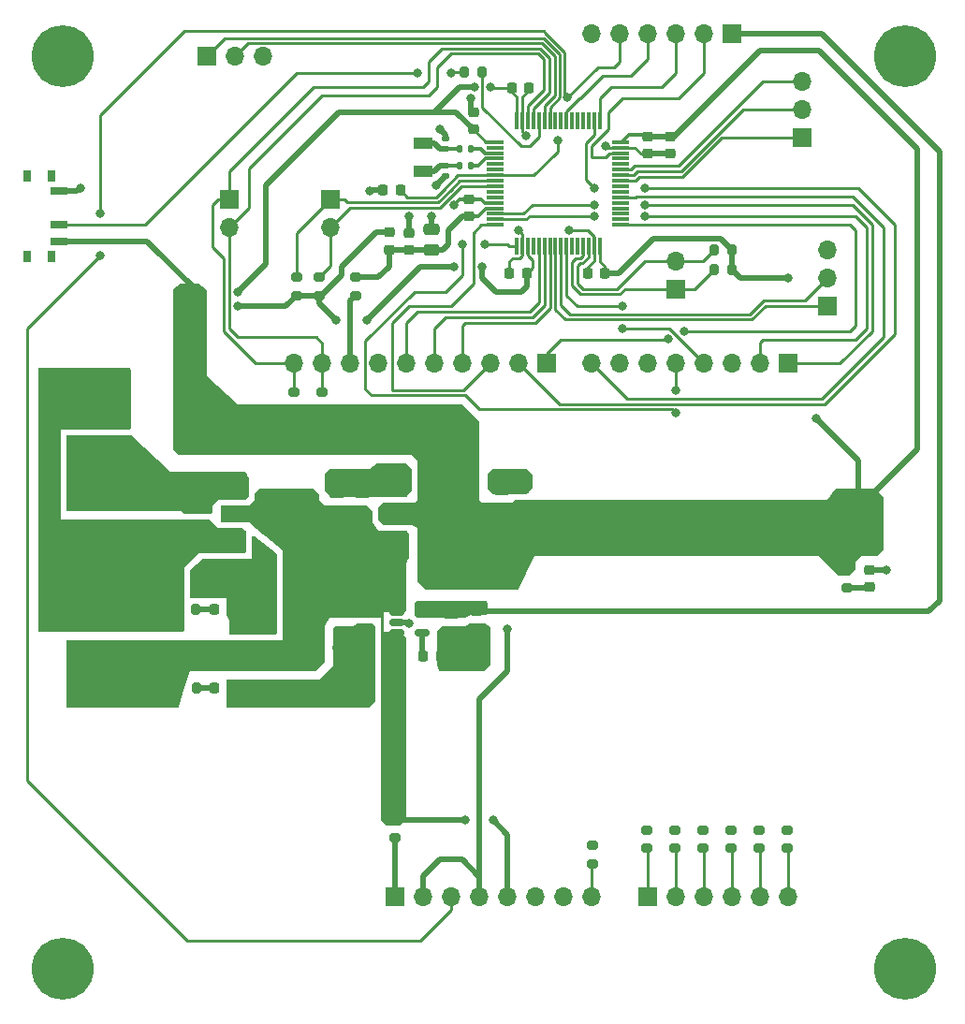
<source format=gbr>
%TF.GenerationSoftware,KiCad,Pcbnew,(6.0.9)*%
%TF.CreationDate,2025-06-12T12:44:06-07:00*%
%TF.ProjectId,STM32L4_breakout,53544d33-324c-4345-9f62-7265616b6f75,rev?*%
%TF.SameCoordinates,Original*%
%TF.FileFunction,Copper,L1,Top*%
%TF.FilePolarity,Positive*%
%FSLAX46Y46*%
G04 Gerber Fmt 4.6, Leading zero omitted, Abs format (unit mm)*
G04 Created by KiCad (PCBNEW (6.0.9)) date 2025-06-12 12:44:06*
%MOMM*%
%LPD*%
G01*
G04 APERTURE LIST*
G04 Aperture macros list*
%AMRoundRect*
0 Rectangle with rounded corners*
0 $1 Rounding radius*
0 $2 $3 $4 $5 $6 $7 $8 $9 X,Y pos of 4 corners*
0 Add a 4 corners polygon primitive as box body*
4,1,4,$2,$3,$4,$5,$6,$7,$8,$9,$2,$3,0*
0 Add four circle primitives for the rounded corners*
1,1,$1+$1,$2,$3*
1,1,$1+$1,$4,$5*
1,1,$1+$1,$6,$7*
1,1,$1+$1,$8,$9*
0 Add four rect primitives between the rounded corners*
20,1,$1+$1,$2,$3,$4,$5,0*
20,1,$1+$1,$4,$5,$6,$7,0*
20,1,$1+$1,$6,$7,$8,$9,0*
20,1,$1+$1,$8,$9,$2,$3,0*%
G04 Aperture macros list end*
%TA.AperFunction,SMDPad,CuDef*%
%ADD10RoundRect,0.150000X-0.512500X-0.150000X0.512500X-0.150000X0.512500X0.150000X-0.512500X0.150000X0*%
%TD*%
%TA.AperFunction,SMDPad,CuDef*%
%ADD11RoundRect,0.200000X-0.275000X0.200000X-0.275000X-0.200000X0.275000X-0.200000X0.275000X0.200000X0*%
%TD*%
%TA.AperFunction,SMDPad,CuDef*%
%ADD12RoundRect,0.218750X0.218750X0.256250X-0.218750X0.256250X-0.218750X-0.256250X0.218750X-0.256250X0*%
%TD*%
%TA.AperFunction,SMDPad,CuDef*%
%ADD13RoundRect,0.200000X0.275000X-0.200000X0.275000X0.200000X-0.275000X0.200000X-0.275000X-0.200000X0*%
%TD*%
%TA.AperFunction,SMDPad,CuDef*%
%ADD14RoundRect,0.218750X-0.256250X0.218750X-0.256250X-0.218750X0.256250X-0.218750X0.256250X0.218750X0*%
%TD*%
%TA.AperFunction,SMDPad,CuDef*%
%ADD15RoundRect,0.135000X-0.135000X-0.185000X0.135000X-0.185000X0.135000X0.185000X-0.135000X0.185000X0*%
%TD*%
%TA.AperFunction,ComponentPad*%
%ADD16R,1.700000X1.700000*%
%TD*%
%TA.AperFunction,ComponentPad*%
%ADD17O,1.700000X1.700000*%
%TD*%
%TA.AperFunction,SMDPad,CuDef*%
%ADD18RoundRect,0.250000X0.475000X-0.250000X0.475000X0.250000X-0.475000X0.250000X-0.475000X-0.250000X0*%
%TD*%
%TA.AperFunction,SMDPad,CuDef*%
%ADD19RoundRect,0.200000X0.200000X0.275000X-0.200000X0.275000X-0.200000X-0.275000X0.200000X-0.275000X0*%
%TD*%
%TA.AperFunction,SMDPad,CuDef*%
%ADD20RoundRect,0.225000X0.225000X0.250000X-0.225000X0.250000X-0.225000X-0.250000X0.225000X-0.250000X0*%
%TD*%
%TA.AperFunction,SMDPad,CuDef*%
%ADD21RoundRect,0.225000X0.250000X-0.225000X0.250000X0.225000X-0.250000X0.225000X-0.250000X-0.225000X0*%
%TD*%
%TA.AperFunction,SMDPad,CuDef*%
%ADD22RoundRect,0.140000X-0.170000X0.140000X-0.170000X-0.140000X0.170000X-0.140000X0.170000X0.140000X0*%
%TD*%
%TA.AperFunction,SMDPad,CuDef*%
%ADD23RoundRect,0.225000X-0.225000X-0.250000X0.225000X-0.250000X0.225000X0.250000X-0.225000X0.250000X0*%
%TD*%
%TA.AperFunction,ComponentPad*%
%ADD24R,2.600000X2.600000*%
%TD*%
%TA.AperFunction,ComponentPad*%
%ADD25C,2.600000*%
%TD*%
%TA.AperFunction,ConnectorPad*%
%ADD26C,5.600000*%
%TD*%
%TA.AperFunction,ComponentPad*%
%ADD27C,3.600000*%
%TD*%
%TA.AperFunction,SMDPad,CuDef*%
%ADD28RoundRect,0.225000X-0.250000X0.225000X-0.250000X-0.225000X0.250000X-0.225000X0.250000X0.225000X0*%
%TD*%
%TA.AperFunction,SMDPad,CuDef*%
%ADD29RoundRect,0.250000X-0.475000X0.250000X-0.475000X-0.250000X0.475000X-0.250000X0.475000X0.250000X0*%
%TD*%
%TA.AperFunction,SMDPad,CuDef*%
%ADD30RoundRect,0.140000X0.170000X-0.140000X0.170000X0.140000X-0.170000X0.140000X-0.170000X-0.140000X0*%
%TD*%
%TA.AperFunction,SMDPad,CuDef*%
%ADD31RoundRect,0.200000X-0.200000X-0.275000X0.200000X-0.275000X0.200000X0.275000X-0.200000X0.275000X0*%
%TD*%
%TA.AperFunction,SMDPad,CuDef*%
%ADD32RoundRect,0.218750X0.256250X-0.218750X0.256250X0.218750X-0.256250X0.218750X-0.256250X-0.218750X0*%
%TD*%
%TA.AperFunction,SMDPad,CuDef*%
%ADD33R,1.800000X1.000000*%
%TD*%
%TA.AperFunction,SMDPad,CuDef*%
%ADD34R,0.800000X1.000000*%
%TD*%
%TA.AperFunction,SMDPad,CuDef*%
%ADD35R,1.500000X0.700000*%
%TD*%
%TA.AperFunction,SMDPad,CuDef*%
%ADD36RoundRect,0.075000X-0.700000X-0.075000X0.700000X-0.075000X0.700000X0.075000X-0.700000X0.075000X0*%
%TD*%
%TA.AperFunction,SMDPad,CuDef*%
%ADD37RoundRect,0.075000X-0.075000X-0.700000X0.075000X-0.700000X0.075000X0.700000X-0.075000X0.700000X0*%
%TD*%
%TA.AperFunction,SMDPad,CuDef*%
%ADD38R,2.000000X1.500000*%
%TD*%
%TA.AperFunction,SMDPad,CuDef*%
%ADD39R,2.000000X3.800000*%
%TD*%
%TA.AperFunction,ViaPad*%
%ADD40C,0.700000*%
%TD*%
%TA.AperFunction,ViaPad*%
%ADD41C,0.800000*%
%TD*%
%TA.AperFunction,Conductor*%
%ADD42C,0.250000*%
%TD*%
%TA.AperFunction,Conductor*%
%ADD43C,0.500000*%
%TD*%
%TA.AperFunction,Conductor*%
%ADD44C,0.300000*%
%TD*%
G04 APERTURE END LIST*
D10*
%TO.P,U2,1,VIN*%
%TO.N,+5V*%
X138382500Y-105664000D03*
%TO.P,U2,2,GND*%
%TO.N,GND*%
X138382500Y-106614000D03*
%TO.P,U2,3,INH*%
%TO.N,+5V*%
X138382500Y-107564000D03*
%TO.P,U2,4,BYP*%
%TO.N,Net-(C6-Pad1)*%
X140657500Y-107564000D03*
%TO.P,U2,5,VOUT*%
%TO.N,VMEM*%
X140657500Y-105664000D03*
%TD*%
D11*
%TO.P,R15,1*%
%TO.N,+3.3VA*%
X134620000Y-75375000D03*
%TO.P,R15,2*%
%TO.N,/ARD_3V3A*%
X134620000Y-77025000D03*
%TD*%
D12*
%TO.P,D2,1,K*%
%TO.N,GND*%
X123469500Y-112522000D03*
%TO.P,D2,2,A*%
%TO.N,/5V_LED*%
X121894500Y-112522000D03*
%TD*%
D13*
%TO.P,R1,1*%
%TO.N,+3.3V*%
X131318000Y-77025000D03*
%TO.P,R1,2*%
%TO.N,I2C3_SDA*%
X131318000Y-75375000D03*
%TD*%
D14*
%TO.P,D1,1,K*%
%TO.N,GND*%
X181102000Y-101828500D03*
%TO.P,D1,2,A*%
%TO.N,/3V3_LED*%
X181102000Y-103403500D03*
%TD*%
D15*
%TO.P,R18,1*%
%TO.N,/CRYSTAL_OUT*%
X144028000Y-65264000D03*
%TO.P,R18,2*%
%TO.N,OSC32OUT*%
X145048000Y-65264000D03*
%TD*%
D16*
%TO.P,J3,1,Pin_1*%
%TO.N,Net-(J3-Pad1)*%
X138218000Y-131419000D03*
D17*
%TO.P,J3,2,Pin_2*%
%TO.N,+3.3V*%
X140758000Y-131419000D03*
%TO.P,J3,3,Pin_3*%
%TO.N,STM_NRST*%
X143298000Y-131419000D03*
%TO.P,J3,4,Pin_4*%
%TO.N,+3.3V*%
X145838000Y-131419000D03*
%TO.P,J3,5,Pin_5*%
%TO.N,+5V*%
X148378000Y-131419000D03*
%TO.P,J3,6,Pin_6*%
%TO.N,GND*%
X150918000Y-131419000D03*
%TO.P,J3,7,Pin_7*%
X153458000Y-131419000D03*
%TO.P,J3,8,Pin_8*%
%TO.N,Net-(J3-Pad8)*%
X155998000Y-131419000D03*
%TD*%
D12*
%TO.P,D3,1,K*%
%TO.N,GND*%
X123469500Y-105410000D03*
%TO.P,D3,2,A*%
%TO.N,/12V_LED*%
X121894500Y-105410000D03*
%TD*%
D18*
%TO.P,C8,1*%
%TO.N,+3.3V*%
X147828000Y-96454000D03*
%TO.P,C8,2*%
%TO.N,GND*%
X147828000Y-94554000D03*
%TD*%
D19*
%TO.P,R3,1*%
%TO.N,+3.3V*%
X168719000Y-74676000D03*
%TO.P,R3,2*%
%TO.N,I2C2_SCL*%
X167069000Y-74676000D03*
%TD*%
D18*
%TO.P,C5,1*%
%TO.N,+5V*%
X135230000Y-96708000D03*
%TO.P,C5,2*%
%TO.N,GND*%
X135230000Y-94808000D03*
%TD*%
D20*
%TO.P,C14,1*%
%TO.N,+3.3V*%
X157213000Y-75014000D03*
%TO.P,C14,2*%
%TO.N,GND*%
X155663000Y-75014000D03*
%TD*%
D19*
%TO.P,R19,1*%
%TO.N,/5V_LED*%
X120268000Y-112522000D03*
%TO.P,R19,2*%
%TO.N,+5V*%
X118618000Y-112522000D03*
%TD*%
D13*
%TO.P,R17,1*%
%TO.N,/3V3_LED*%
X179070000Y-103441000D03*
%TO.P,R17,2*%
%TO.N,+3.3V*%
X179070000Y-101791000D03*
%TD*%
D21*
%TO.P,C21,1*%
%TO.N,+3.3VA*%
X144888000Y-69839000D03*
%TO.P,C21,2*%
%TO.N,GND*%
X144888000Y-68289000D03*
%TD*%
D22*
%TO.P,C11,1*%
%TO.N,GND*%
X142788000Y-62804000D03*
%TO.P,C11,2*%
%TO.N,/CRYSTAL_IN*%
X142788000Y-63764000D03*
%TD*%
D16*
%TO.P,J12,1,Pin_1*%
%TO.N,USART1_TX*%
X121173000Y-55372000D03*
D17*
%TO.P,J12,2,Pin_2*%
%TO.N,USART1_RX*%
X123713000Y-55372000D03*
%TO.P,J12,3,Pin_3*%
%TO.N,GND*%
X126253000Y-55372000D03*
%TD*%
D13*
%TO.P,R7,1*%
%TO.N,/ARD.A0-ADC*%
X161028000Y-127034000D03*
%TO.P,R7,2*%
%TO.N,unconnected-(R7-Pad2)*%
X161028000Y-125384000D03*
%TD*%
%TO.P,R11,1*%
%TO.N,/ARD.A4-ADC*%
X171188000Y-127034000D03*
%TO.P,R11,2*%
%TO.N,unconnected-(R11-Pad2)*%
X171188000Y-125384000D03*
%TD*%
D23*
%TO.P,C17,1*%
%TO.N,+3.3V*%
X148793000Y-58226000D03*
%TO.P,C17,2*%
%TO.N,GND*%
X150343000Y-58226000D03*
%TD*%
D15*
%TO.P,R16,1*%
%TO.N,/CRYSTAL_IN*%
X144028000Y-63764000D03*
%TO.P,R16,2*%
%TO.N,OSC32IN*%
X145048000Y-63764000D03*
%TD*%
D16*
%TO.P,J17,1,Pin_1*%
%TO.N,+12V*%
X110490000Y-105415000D03*
D17*
%TO.P,J17,2,Pin_2*%
X110490000Y-102875000D03*
%TD*%
D19*
%TO.P,R2,1*%
%TO.N,+3.3V*%
X168719000Y-72898000D03*
%TO.P,R2,2*%
%TO.N,I2C2_SDA*%
X167069000Y-72898000D03*
%TD*%
D13*
%TO.P,R9,1*%
%TO.N,/ARD.A2-ADC*%
X166108000Y-127034000D03*
%TO.P,R9,2*%
%TO.N,unconnected-(R9-Pad2)*%
X166108000Y-125384000D03*
%TD*%
D24*
%TO.P,J1,1,Pin_1*%
%TO.N,+12V*%
X111323000Y-86709000D03*
D25*
%TO.P,J1,2,Pin_2*%
%TO.N,GND*%
X111323000Y-91709000D03*
%TD*%
D19*
%TO.P,R21,1*%
%TO.N,/12V_LED*%
X120205000Y-105410000D03*
%TO.P,R21,2*%
%TO.N,+12V*%
X118555000Y-105410000D03*
%TD*%
D21*
%TO.P,C10,1*%
%TO.N,+3.3VA*%
X139446000Y-72911000D03*
%TO.P,C10,2*%
%TO.N,GND*%
X139446000Y-71361000D03*
%TD*%
D26*
%TO.P,H4,1,1*%
%TO.N,GND*%
X108146000Y-137909000D03*
D27*
X108146000Y-137909000D03*
%TD*%
D28*
%TO.P,C16,1*%
%TO.N,+3.3V*%
X161088000Y-62639000D03*
%TO.P,C16,2*%
%TO.N,GND*%
X161088000Y-64189000D03*
%TD*%
D13*
%TO.P,R4,1*%
%TO.N,+3.3V*%
X129286000Y-77025000D03*
%TO.P,R4,2*%
%TO.N,I2C3_SCL*%
X129286000Y-75375000D03*
%TD*%
D29*
%TO.P,C2,1*%
%TO.N,+5V*%
X133604000Y-105664000D03*
%TO.P,C2,2*%
%TO.N,GND*%
X133604000Y-107564000D03*
%TD*%
D11*
%TO.P,R14,1*%
%TO.N,+5V*%
X138176000Y-124397000D03*
%TO.P,R14,2*%
%TO.N,Net-(J3-Pad1)*%
X138176000Y-126047000D03*
%TD*%
D16*
%TO.P,J16,1,Pin_1*%
%TO.N,+5V*%
X110490000Y-112532000D03*
D17*
%TO.P,J16,2,Pin_2*%
X110490000Y-109992000D03*
%TD*%
D26*
%TO.P,H3,1,1*%
%TO.N,GND*%
X184346000Y-137909000D03*
D27*
X184346000Y-137909000D03*
%TD*%
D18*
%TO.P,C1,1*%
%TO.N,+12V*%
X120650000Y-97978000D03*
%TO.P,C1,2*%
%TO.N,GND*%
X120650000Y-96078000D03*
%TD*%
D28*
%TO.P,C4,1*%
%TO.N,+5V*%
X135710000Y-105585000D03*
%TO.P,C4,2*%
%TO.N,GND*%
X135710000Y-107135000D03*
%TD*%
%TO.P,C9,1*%
%TO.N,VMEM*%
X145616000Y-105585000D03*
%TO.P,C9,2*%
%TO.N,GND*%
X145616000Y-107135000D03*
%TD*%
D13*
%TO.P,R13,1*%
%TO.N,Net-(J3-Pad8)*%
X156078000Y-128434000D03*
%TO.P,R13,2*%
%TO.N,unconnected-(R13-Pad2)*%
X156078000Y-126784000D03*
%TD*%
D23*
%TO.P,C6,1*%
%TO.N,Net-(C6-Pad1)*%
X140777000Y-109662000D03*
%TO.P,C6,2*%
%TO.N,GND*%
X142327000Y-109662000D03*
%TD*%
D30*
%TO.P,C12,1*%
%TO.N,GND*%
X142788000Y-66244000D03*
%TO.P,C12,2*%
%TO.N,/CRYSTAL_OUT*%
X142788000Y-65284000D03*
%TD*%
D18*
%TO.P,C3,1*%
%TO.N,+5V*%
X132944000Y-96708000D03*
%TO.P,C3,2*%
%TO.N,GND*%
X132944000Y-94808000D03*
%TD*%
D16*
%TO.P,J8,1,Pin_1*%
%TO.N,I2C2_SCL*%
X163576000Y-76459000D03*
D17*
%TO.P,J8,2,Pin_2*%
%TO.N,I2C2_SDA*%
X163576000Y-73919000D03*
%TD*%
D31*
%TO.P,R20,1*%
%TO.N,Net-(R20-Pad1)*%
X144463000Y-56809000D03*
%TO.P,R20,2*%
%TO.N,/BOOT0*%
X146113000Y-56809000D03*
%TD*%
D32*
%TO.P,L1,1,1*%
%TO.N,+3.3VA*%
X137668000Y-72860500D03*
%TO.P,L1,2,2*%
%TO.N,+3.3V*%
X137668000Y-71285500D03*
%TD*%
D33*
%TO.P,X1,1,1*%
%TO.N,/CRYSTAL_OUT*%
X140788000Y-65764000D03*
%TO.P,X1,2,2*%
%TO.N,/CRYSTAL_IN*%
X140788000Y-63264000D03*
%TD*%
D16*
%TO.P,J2,1,Pin_1*%
%TO.N,VMEM*%
X168656000Y-53340000D03*
D17*
%TO.P,J2,2,Pin_2*%
%TO.N,SWDIO*%
X166116000Y-53340000D03*
%TO.P,J2,3,Pin_3*%
%TO.N,SWCLK*%
X163576000Y-53340000D03*
%TO.P,J2,4,Pin_4*%
%TO.N,SWO*%
X161036000Y-53340000D03*
%TO.P,J2,5,Pin_5*%
%TO.N,STM_NRST*%
X158496000Y-53340000D03*
%TO.P,J2,6,Pin_6*%
%TO.N,GND*%
X155956000Y-53340000D03*
%TD*%
D34*
%TO.P,SW1,*%
%TO.N,*%
X104963000Y-66200000D03*
X107173000Y-73500000D03*
X104963000Y-73500000D03*
X107173000Y-66200000D03*
D35*
%TO.P,SW1,1,A*%
%TO.N,GND*%
X107823000Y-67600000D03*
%TO.P,SW1,2,B*%
%TO.N,Net-(R20-Pad1)*%
X107823000Y-70600000D03*
%TO.P,SW1,3,C*%
%TO.N,+3.3V*%
X107823000Y-72100000D03*
%TD*%
D28*
%TO.P,C19,1*%
%TO.N,+3.3V*%
X163138000Y-62639000D03*
%TO.P,C19,2*%
%TO.N,GND*%
X163138000Y-64189000D03*
%TD*%
D20*
%TO.P,C15,1*%
%TO.N,STM_NRST*%
X138697000Y-67514000D03*
%TO.P,C15,2*%
%TO.N,GND*%
X137147000Y-67514000D03*
%TD*%
D13*
%TO.P,R10,1*%
%TO.N,/ARD.A3-ADC*%
X168648000Y-127034000D03*
%TO.P,R10,2*%
%TO.N,unconnected-(R10-Pad2)*%
X168648000Y-125384000D03*
%TD*%
D16*
%TO.P,J15,1,Pin_1*%
%TO.N,+3.3V*%
X180086000Y-98811000D03*
D17*
%TO.P,J15,2,Pin_2*%
X180086000Y-96271000D03*
%TD*%
D36*
%TO.P,U4,1,VBAT*%
%TO.N,+3.3V*%
X147303000Y-63134000D03*
%TO.P,U4,2,PC13*%
%TO.N,unconnected-(U4-Pad2)*%
X147303000Y-63634000D03*
%TO.P,U4,3,PC14*%
%TO.N,OSC32IN*%
X147303000Y-64134000D03*
%TO.P,U4,4,PC15*%
%TO.N,OSC32OUT*%
X147303000Y-64634000D03*
%TO.P,U4,5,PH0*%
%TO.N,unconnected-(U4-Pad5)*%
X147303000Y-65134000D03*
%TO.P,U4,6,PH1*%
%TO.N,unconnected-(U4-Pad6)*%
X147303000Y-65634000D03*
%TO.P,U4,7,NRST*%
%TO.N,STM_NRST*%
X147303000Y-66134000D03*
%TO.P,U4,8,PC0*%
%TO.N,I2C3_SCL*%
X147303000Y-66634000D03*
%TO.P,U4,9,PC1*%
%TO.N,I2C3_SDA*%
X147303000Y-67134000D03*
%TO.P,U4,10,PC2*%
%TO.N,unconnected-(U4-Pad10)*%
X147303000Y-67634000D03*
%TO.P,U4,11,PC3*%
%TO.N,unconnected-(U4-Pad11)*%
X147303000Y-68134000D03*
%TO.P,U4,12,VSSA*%
%TO.N,GND*%
X147303000Y-68634000D03*
%TO.P,U4,13,VDDA*%
%TO.N,+3.3VA*%
X147303000Y-69134000D03*
%TO.P,U4,14,PA0*%
%TO.N,UART4_TX*%
X147303000Y-69634000D03*
%TO.P,U4,15,PA1*%
%TO.N,UART4_RX*%
X147303000Y-70134000D03*
%TO.P,U4,16,PA2*%
%TO.N,TFT_CS*%
X147303000Y-70634000D03*
D37*
%TO.P,U4,17,PA3*%
%TO.N,CARDCS_5V*%
X149228000Y-72559000D03*
%TO.P,U4,18,VSS*%
%TO.N,GND*%
X149728000Y-72559000D03*
%TO.P,U4,19,VDD*%
%TO.N,+3.3V*%
X150228000Y-72559000D03*
%TO.P,U4,20,PA4*%
%TO.N,unconnected-(U4-Pad20)*%
X150728000Y-72559000D03*
%TO.P,U4,21,PA5*%
%TO.N,SPI1_SCK*%
X151228000Y-72559000D03*
%TO.P,U4,22,PA6*%
%TO.N,SPI1_MISO*%
X151728000Y-72559000D03*
%TO.P,U4,23,PA7*%
%TO.N,SPI1_MOSI*%
X152228000Y-72559000D03*
%TO.P,U4,24,PC4*%
%TO.N,USART3_TX*%
X152728000Y-72559000D03*
%TO.P,U4,25,PC5*%
%TO.N,USART3_RX*%
X153228000Y-72559000D03*
%TO.P,U4,26,PB0*%
%TO.N,LEDK*%
X153728000Y-72559000D03*
%TO.P,U4,27,PB1*%
%TO.N,unconnected-(U4-Pad27)*%
X154228000Y-72559000D03*
%TO.P,U4,28,PB2*%
%TO.N,unconnected-(U4-Pad28)*%
X154728000Y-72559000D03*
%TO.P,U4,29,PB10*%
%TO.N,I2C2_SCL*%
X155228000Y-72559000D03*
%TO.P,U4,30,PB11*%
%TO.N,I2C2_SDA*%
X155728000Y-72559000D03*
%TO.P,U4,31,VSS*%
%TO.N,GND*%
X156228000Y-72559000D03*
%TO.P,U4,32,VDD*%
%TO.N,+3.3V*%
X156728000Y-72559000D03*
D36*
%TO.P,U4,33,PB12*%
%TO.N,RT_CS*%
X158653000Y-70634000D03*
%TO.P,U4,34,PB13*%
%TO.N,unconnected-(U4-Pad34)*%
X158653000Y-70134000D03*
%TO.P,U4,35,PB14*%
%TO.N,unconnected-(U4-Pad35)*%
X158653000Y-69634000D03*
%TO.P,U4,36,PB15*%
%TO.N,unconnected-(U4-Pad36)*%
X158653000Y-69134000D03*
%TO.P,U4,37,PC6*%
%TO.N,unconnected-(U4-Pad37)*%
X158653000Y-68634000D03*
%TO.P,U4,38,PC7*%
%TO.N,D7*%
X158653000Y-68134000D03*
%TO.P,U4,39,PC8*%
%TO.N,unconnected-(U4-Pad39)*%
X158653000Y-67634000D03*
%TO.P,U4,40,PC9*%
%TO.N,unconnected-(U4-Pad40)*%
X158653000Y-67134000D03*
%TO.P,U4,41,PA8*%
%TO.N,ADC_ALERT*%
X158653000Y-66634000D03*
%TO.P,U4,42,PA9*%
%TO.N,RELAY1_CTRL*%
X158653000Y-66134000D03*
%TO.P,U4,43,PA10*%
%TO.N,RELAY2_CTRL*%
X158653000Y-65634000D03*
%TO.P,U4,44,PA11*%
%TO.N,unconnected-(U4-Pad44)*%
X158653000Y-65134000D03*
%TO.P,U4,45,PA12*%
%TO.N,unconnected-(U4-Pad45)*%
X158653000Y-64634000D03*
%TO.P,U4,46,PA13*%
%TO.N,SWDIO*%
X158653000Y-64134000D03*
%TO.P,U4,47,VSS*%
%TO.N,GND*%
X158653000Y-63634000D03*
%TO.P,U4,48,VDDUSB*%
%TO.N,+3.3V*%
X158653000Y-63134000D03*
D37*
%TO.P,U4,49,PA14*%
%TO.N,SWCLK*%
X156728000Y-61209000D03*
%TO.P,U4,50,PA15*%
%TO.N,TFT_DC*%
X156228000Y-61209000D03*
%TO.P,U4,51,PC10*%
%TO.N,unconnected-(U4-Pad51)*%
X155728000Y-61209000D03*
%TO.P,U4,52,PC11*%
%TO.N,unconnected-(U4-Pad52)*%
X155228000Y-61209000D03*
%TO.P,U4,53,PC12*%
%TO.N,unconnected-(U4-Pad53)*%
X154728000Y-61209000D03*
%TO.P,U4,54,PD2*%
%TO.N,unconnected-(U4-Pad54)*%
X154228000Y-61209000D03*
%TO.P,U4,55,PB3*%
%TO.N,SWO*%
X153728000Y-61209000D03*
%TO.P,U4,56,PB4*%
%TO.N,unconnected-(U4-Pad56)*%
X153228000Y-61209000D03*
%TO.P,U4,57,PB5*%
%TO.N,unconnected-(U4-Pad57)*%
X152728000Y-61209000D03*
%TO.P,U4,58,PB6*%
%TO.N,USART1_TX*%
X152228000Y-61209000D03*
%TO.P,U4,59,PB7*%
%TO.N,USART1_RX*%
X151728000Y-61209000D03*
%TO.P,U4,60,BOOT0*%
%TO.N,/BOOT0*%
X151228000Y-61209000D03*
%TO.P,U4,61,PB8*%
%TO.N,I2C1_SCL*%
X150728000Y-61209000D03*
%TO.P,U4,62,PB9*%
%TO.N,I2C1_SDA*%
X150228000Y-61209000D03*
%TO.P,U4,63,VSS*%
%TO.N,GND*%
X149728000Y-61209000D03*
%TO.P,U4,64,VDD*%
%TO.N,+3.3V*%
X149228000Y-61209000D03*
%TD*%
D16*
%TO.P,J4,1,Pin_1*%
%TO.N,/ARD.A0-ADC*%
X161078000Y-131419000D03*
D17*
%TO.P,J4,2,Pin_2*%
%TO.N,/ARD.A1-ADC*%
X163618000Y-131419000D03*
%TO.P,J4,3,Pin_3*%
%TO.N,/ARD.A2-ADC*%
X166158000Y-131419000D03*
%TO.P,J4,4,Pin_4*%
%TO.N,/ARD.A3-ADC*%
X168698000Y-131419000D03*
%TO.P,J4,5,Pin_5*%
%TO.N,/ARD.A4-ADC*%
X171238000Y-131419000D03*
%TO.P,J4,6,Pin_6*%
%TO.N,/ARD.A5-ADC*%
X173778000Y-131419000D03*
%TD*%
D20*
%TO.P,C13,1*%
%TO.N,+3.3V*%
X150127000Y-75014000D03*
%TO.P,C13,2*%
%TO.N,GND*%
X148577000Y-75014000D03*
%TD*%
D16*
%TO.P,J9,1,Pin_1*%
%TO.N,I2C3_SCL*%
X132334000Y-68321000D03*
D17*
%TO.P,J9,2,Pin_2*%
%TO.N,I2C3_SDA*%
X132334000Y-70861000D03*
%TD*%
D16*
%TO.P,J10,1,Pin_1*%
%TO.N,ADC_ALERT*%
X175006000Y-62738000D03*
D17*
%TO.P,J10,2,Pin_2*%
%TO.N,RELAY1_CTRL*%
X175006000Y-60198000D03*
%TO.P,J10,3,Pin_3*%
%TO.N,RELAY2_CTRL*%
X175006000Y-57658000D03*
%TD*%
D13*
%TO.P,R5,1*%
%TO.N,+3.3V*%
X131572000Y-87439000D03*
%TO.P,R5,2*%
%TO.N,I2C1_SDA*%
X131572000Y-85789000D03*
%TD*%
D26*
%TO.P,H1,1,1*%
%TO.N,GND*%
X108146000Y-55359000D03*
D27*
X108146000Y-55359000D03*
%TD*%
D16*
%TO.P,J13,1,Pin_1*%
%TO.N,USART3_TX*%
X177292000Y-77978000D03*
D17*
%TO.P,J13,2,Pin_2*%
%TO.N,USART3_RX*%
X177292000Y-75438000D03*
%TO.P,J13,3,Pin_3*%
%TO.N,GND*%
X177292000Y-72898000D03*
%TD*%
D18*
%TO.P,C20,1*%
%TO.N,+3.3VA*%
X141478000Y-72898000D03*
%TO.P,C20,2*%
%TO.N,GND*%
X141478000Y-70998000D03*
%TD*%
D13*
%TO.P,R8,1*%
%TO.N,/ARD.A1-ADC*%
X163568000Y-127034000D03*
%TO.P,R8,2*%
%TO.N,unconnected-(R8-Pad2)*%
X163568000Y-125384000D03*
%TD*%
D21*
%TO.P,C18,1*%
%TO.N,+3.3V*%
X145288000Y-61989000D03*
%TO.P,C18,2*%
%TO.N,GND*%
X145288000Y-60439000D03*
%TD*%
D16*
%TO.P,J7,1,Pin_1*%
%TO.N,I2C1_SCL*%
X123190000Y-68321000D03*
D17*
%TO.P,J7,2,Pin_2*%
%TO.N,I2C1_SDA*%
X123190000Y-70861000D03*
%TD*%
D13*
%TO.P,R6,1*%
%TO.N,+3.3V*%
X129032000Y-87439000D03*
%TO.P,R6,2*%
%TO.N,I2C1_SCL*%
X129032000Y-85789000D03*
%TD*%
D21*
%TO.P,C22,1*%
%TO.N,+3.3V*%
X149860000Y-96025000D03*
%TO.P,C22,2*%
%TO.N,GND*%
X149860000Y-94475000D03*
%TD*%
D13*
%TO.P,R12,1*%
%TO.N,/ARD.A5-ADC*%
X173728000Y-127034000D03*
%TO.P,R12,2*%
%TO.N,unconnected-(R12-Pad2)*%
X173728000Y-125384000D03*
%TD*%
D26*
%TO.P,H2,1,1*%
%TO.N,GND*%
X184346000Y-55359000D03*
D27*
X184346000Y-55359000D03*
%TD*%
D16*
%TO.P,J6,1,Pin_1*%
%TO.N,UART4_TX*%
X173778000Y-83159000D03*
D17*
%TO.P,J6,2,Pin_2*%
%TO.N,UART4_RX*%
X171238000Y-83159000D03*
%TO.P,J6,3,Pin_3*%
%TO.N,unconnected-(J6-Pad3)*%
X168698000Y-83159000D03*
%TO.P,J6,4,Pin_4*%
%TO.N,LEDK*%
X166158000Y-83159000D03*
%TO.P,J6,5,Pin_5*%
%TO.N,CARDCS_5V*%
X163618000Y-83159000D03*
%TO.P,J6,6,Pin_6*%
%TO.N,unconnected-(J6-Pad6)*%
X161078000Y-83159000D03*
%TO.P,J6,7,Pin_7*%
%TO.N,unconnected-(J6-Pad7)*%
X158538000Y-83159000D03*
%TO.P,J6,8,Pin_8*%
%TO.N,D7*%
X155998000Y-83159000D03*
%TD*%
D38*
%TO.P,U1,1,GND*%
%TO.N,GND*%
X123484000Y-94509000D03*
D39*
%TO.P,U1,2,VO*%
%TO.N,+5V*%
X129784000Y-96809000D03*
D38*
X123484000Y-96809000D03*
%TO.P,U1,3,VI*%
%TO.N,+12V*%
X123484000Y-99109000D03*
%TD*%
D16*
%TO.P,J5,1,Pin_1*%
%TO.N,RT_CS*%
X151934000Y-83159000D03*
D17*
%TO.P,J5,2,Pin_2*%
%TO.N,TFT_DC*%
X149394000Y-83159000D03*
%TO.P,J5,3,Pin_3*%
%TO.N,TFT_CS*%
X146854000Y-83159000D03*
%TO.P,J5,4,Pin_4*%
%TO.N,SPI1_MOSI*%
X144314000Y-83159000D03*
%TO.P,J5,5,Pin_5*%
%TO.N,SPI1_MISO*%
X141774000Y-83159000D03*
%TO.P,J5,6,Pin_6*%
%TO.N,SPI1_SCK*%
X139234000Y-83159000D03*
%TO.P,J5,7,Pin_7*%
%TO.N,GND*%
X136694000Y-83159000D03*
%TO.P,J5,8,Pin_8*%
%TO.N,/ARD_3V3A*%
X134154000Y-83159000D03*
%TO.P,J5,9,Pin_9*%
%TO.N,I2C1_SDA*%
X131614000Y-83159000D03*
%TO.P,J5,10,Pin_10*%
%TO.N,I2C1_SCL*%
X129074000Y-83159000D03*
%TD*%
D29*
%TO.P,C7,1*%
%TO.N,VMEM*%
X143330000Y-105730000D03*
%TO.P,C7,2*%
%TO.N,GND*%
X143330000Y-107630000D03*
%TD*%
D38*
%TO.P,U3,1,GND*%
%TO.N,GND*%
X138328000Y-94474000D03*
%TO.P,U3,2,VO*%
%TO.N,+3.3V*%
X138328000Y-96774000D03*
D39*
X144628000Y-96774000D03*
D38*
%TO.P,U3,3,VI*%
%TO.N,+5V*%
X138328000Y-99074000D03*
%TD*%
D40*
%TO.N,GND*%
X134722000Y-93472000D03*
D41*
X139446000Y-69850000D03*
X135890000Y-67564000D03*
D40*
X143778000Y-109202000D03*
D41*
X124968000Y-112522000D03*
D40*
X135710000Y-108392000D03*
X134186000Y-108900000D03*
X121158000Y-93726000D03*
D41*
X150107356Y-62581954D03*
X109728000Y-67310000D03*
X142240000Y-61976000D03*
D40*
X138938000Y-92710000D03*
D41*
X141980291Y-67050322D03*
X153924000Y-71120000D03*
D40*
X135738000Y-93472000D03*
X143778000Y-110218000D03*
X132916000Y-108900000D03*
X109220000Y-95250000D03*
X111252000Y-95250000D03*
D41*
X145034000Y-59182000D03*
D40*
X132436000Y-93472000D03*
D41*
X182626000Y-101854000D03*
D40*
X137668000Y-92710000D03*
D41*
X139446000Y-106680000D03*
D40*
X120142000Y-94742000D03*
X148336000Y-93218000D03*
D41*
X141478000Y-69812500D03*
D40*
X133452000Y-93472000D03*
X145108000Y-108392000D03*
D41*
X149352000Y-71120000D03*
D40*
X149860000Y-93218000D03*
X147320000Y-93218000D03*
X121158000Y-94742000D03*
X113030000Y-95250000D03*
D41*
X157226000Y-63500000D03*
X124968000Y-105410000D03*
X143515695Y-68839695D03*
%TO.N,+5V*%
X144526000Y-124460000D03*
X147066000Y-124460000D03*
%TO.N,+3.3V*%
X145388500Y-58166000D03*
X173736000Y-75438000D03*
X176276000Y-88138000D03*
X132842000Y-79248000D03*
X148336000Y-103124000D03*
X148336000Y-107188000D03*
X120396000Y-76708000D03*
X123952000Y-76708000D03*
X143510000Y-74422000D03*
X146050000Y-74422000D03*
X135636000Y-79248000D03*
X146837500Y-58166000D03*
X120396000Y-77978000D03*
X123952000Y-77978000D03*
%TO.N,STM_NRST*%
X153828436Y-59124113D03*
X111506000Y-73406000D03*
X152908000Y-62992000D03*
X111506000Y-69596000D03*
%TO.N,RT_CS*%
X164338000Y-80264000D03*
X162907201Y-80932799D03*
%TO.N,TFT_DC*%
X156210000Y-67310000D03*
X160782000Y-67310000D03*
%TO.N,UART4_TX*%
X156210000Y-68834000D03*
X160782000Y-68834000D03*
%TO.N,UART4_RX*%
X160782000Y-69850000D03*
X156210000Y-69850000D03*
%TO.N,LEDK*%
X158750000Y-80010000D03*
X158750000Y-77978000D03*
%TO.N,CARDCS_5V*%
X146304000Y-72390000D03*
X144272000Y-72390000D03*
X163576000Y-85598000D03*
X163576000Y-87630000D03*
%TO.N,Net-(R20-Pad1)*%
X140208000Y-56896000D03*
X143260299Y-56900299D03*
%TD*%
D42*
%TO.N,GND*%
X148577000Y-73927000D02*
X148577000Y-75014000D01*
D43*
X141478000Y-70998000D02*
X141478000Y-69812500D01*
D42*
X158653000Y-63634000D02*
X159900000Y-63634000D01*
X156228000Y-73896000D02*
X155663000Y-74461000D01*
X159900000Y-63634000D02*
X160455000Y-64189000D01*
D43*
X142788000Y-66244000D02*
X142786613Y-66244000D01*
D42*
X149728000Y-71496000D02*
X149352000Y-71120000D01*
X149728000Y-61209000D02*
X149728000Y-62202598D01*
X158653000Y-63634000D02*
X157360000Y-63634000D01*
X153924000Y-71120000D02*
X155629685Y-71120000D01*
D43*
X181102000Y-101828500D02*
X182600500Y-101828500D01*
X163138000Y-64189000D02*
X161088000Y-64189000D01*
D42*
X156228000Y-71718315D02*
X156228000Y-72559000D01*
X149728000Y-72559000D02*
X149728000Y-71496000D01*
D43*
X182600500Y-101828500D02*
X182626000Y-101854000D01*
X142788000Y-62804000D02*
X142788000Y-62524000D01*
D42*
X155629685Y-71120000D02*
X156228000Y-71718315D01*
X155663000Y-74461000D02*
X155663000Y-75014000D01*
D43*
X142788000Y-62524000D02*
X142240000Y-61976000D01*
D42*
X150343000Y-58445000D02*
X150343000Y-58226000D01*
X149728000Y-59060000D02*
X150343000Y-58445000D01*
D43*
X142786613Y-66244000D02*
X141980291Y-67050322D01*
D42*
X149728000Y-72559000D02*
X149728000Y-73399685D01*
D43*
X139380000Y-106614000D02*
X139446000Y-106680000D01*
X107823000Y-67600000D02*
X109438000Y-67600000D01*
X145034000Y-59182000D02*
X145034000Y-60185000D01*
D42*
X149728000Y-73399685D02*
X149467685Y-73660000D01*
X148844000Y-73660000D02*
X148577000Y-73927000D01*
D43*
X123469500Y-112522000D02*
X124968000Y-112522000D01*
X139446000Y-71361000D02*
X139446000Y-69850000D01*
X135940000Y-67514000D02*
X135890000Y-67564000D01*
D42*
X149728000Y-62202598D02*
X150107356Y-62581954D01*
X160455000Y-64189000D02*
X161088000Y-64189000D01*
D44*
X144888000Y-68289000D02*
X144066390Y-68289000D01*
D43*
X109438000Y-67600000D02*
X109728000Y-67310000D01*
X145034000Y-60185000D02*
X145288000Y-60439000D01*
X137147000Y-67514000D02*
X135940000Y-67514000D01*
D42*
X157360000Y-63634000D02*
X157226000Y-63500000D01*
D44*
X146013000Y-68289000D02*
X144888000Y-68289000D01*
D43*
X123469500Y-105410000D02*
X124968000Y-105410000D01*
D42*
X156228000Y-72559000D02*
X156228000Y-73896000D01*
D43*
X138382500Y-106614000D02*
X139380000Y-106614000D01*
D44*
X146358000Y-68634000D02*
X146013000Y-68289000D01*
X144066390Y-68289000D02*
X143515695Y-68839695D01*
D42*
X149728000Y-61209000D02*
X149728000Y-59060000D01*
D44*
X147303000Y-68634000D02*
X146358000Y-68634000D01*
D42*
X149467685Y-73660000D02*
X148844000Y-73660000D01*
D43*
%TO.N,+5V*%
X138239000Y-124460000D02*
X138176000Y-124397000D01*
X148378000Y-125772000D02*
X147066000Y-124460000D01*
X148378000Y-131419000D02*
X148378000Y-125772000D01*
X144526000Y-124460000D02*
X138239000Y-124460000D01*
%TO.N,Net-(C6-Pad1)*%
X140657500Y-107564000D02*
X140657500Y-109542500D01*
X140657500Y-109542500D02*
X140777000Y-109662000D01*
%TO.N,VMEM*%
X186515000Y-105585000D02*
X187452000Y-104648000D01*
X187452000Y-64008000D02*
X176784000Y-53340000D01*
X187452000Y-104648000D02*
X187452000Y-64008000D01*
X145616000Y-105585000D02*
X186515000Y-105585000D01*
X176784000Y-53340000D02*
X168656000Y-53340000D01*
%TO.N,+3.3V*%
X148336000Y-110998000D02*
X148336000Y-107188000D01*
D42*
X150228000Y-72559000D02*
X150228000Y-73399685D01*
D43*
X131318000Y-77724000D02*
X132842000Y-79248000D01*
X129286000Y-77025000D02*
X131318000Y-77025000D01*
D42*
X150228000Y-73399685D02*
X150622000Y-73793685D01*
D43*
X141732000Y-60452000D02*
X144018000Y-58166000D01*
D42*
X150622000Y-73793685D02*
X150622000Y-74519000D01*
D44*
X160963000Y-62514000D02*
X161088000Y-62639000D01*
D42*
X144628000Y-95860000D02*
X144628000Y-96774000D01*
D43*
X135636000Y-79248000D02*
X140462000Y-74422000D01*
D42*
X157213000Y-74409000D02*
X157213000Y-75014000D01*
X149228000Y-61209000D02*
X149228000Y-59058000D01*
D43*
X180086000Y-96271000D02*
X185420000Y-90937000D01*
X144272000Y-128016000D02*
X142240000Y-128016000D01*
X131318000Y-77025000D02*
X131318000Y-77724000D01*
X176530000Y-54864000D02*
X171196000Y-54864000D01*
X145838000Y-131419000D02*
X145838000Y-113496000D01*
X140970000Y-74422000D02*
X143510000Y-74422000D01*
D42*
X146897500Y-58226000D02*
X146837500Y-58166000D01*
D43*
X173736000Y-75438000D02*
X169481000Y-75438000D01*
X180086000Y-96271000D02*
X180086000Y-91948000D01*
X169481000Y-75438000D02*
X168719000Y-74676000D01*
X126492000Y-67056000D02*
X133096000Y-60452000D01*
X185420000Y-63754000D02*
X176530000Y-54864000D01*
X145838000Y-113496000D02*
X147828000Y-111506000D01*
X161544000Y-71882000D02*
X158412000Y-75014000D01*
X145838000Y-131419000D02*
X145838000Y-129582000D01*
X133350000Y-74422000D02*
X136486500Y-71285500D01*
X163421000Y-62639000D02*
X163138000Y-62639000D01*
X131318000Y-77025000D02*
X131509000Y-77025000D01*
X140758000Y-129498000D02*
X140758000Y-131419000D01*
X115788000Y-72100000D02*
X120396000Y-76708000D01*
X140462000Y-74422000D02*
X140970000Y-74422000D01*
X158412000Y-75014000D02*
X157213000Y-75014000D01*
X123952000Y-77978000D02*
X128333000Y-77978000D01*
X131509000Y-77025000D02*
X133350000Y-75184000D01*
D42*
X156728000Y-72559000D02*
X156728000Y-73924000D01*
D43*
X107823000Y-72100000D02*
X115788000Y-72100000D01*
X144018000Y-58166000D02*
X145388500Y-58166000D01*
X149606000Y-76708000D02*
X150127000Y-76187000D01*
X145838000Y-129582000D02*
X144272000Y-128016000D01*
D42*
X148793000Y-58226000D02*
X146897500Y-58226000D01*
D44*
X158718000Y-63134000D02*
X159338000Y-62514000D01*
D43*
X133096000Y-60452000D02*
X141732000Y-60452000D01*
X123952000Y-76708000D02*
X126492000Y-74168000D01*
X168719000Y-74676000D02*
X168719000Y-72898000D01*
D44*
X158653000Y-63134000D02*
X158718000Y-63134000D01*
X159338000Y-62514000D02*
X160963000Y-62514000D01*
D43*
X133350000Y-75184000D02*
X133350000Y-74422000D01*
X147320000Y-76708000D02*
X149606000Y-76708000D01*
X180086000Y-91948000D02*
X176276000Y-88138000D01*
X171196000Y-54864000D02*
X163421000Y-62639000D01*
D42*
X147303000Y-63134000D02*
X146433000Y-63134000D01*
X146433000Y-63134000D02*
X145288000Y-61989000D01*
D43*
X168719000Y-72898000D02*
X167703000Y-71882000D01*
D42*
X148793000Y-58623000D02*
X148793000Y-58226000D01*
D43*
X147320000Y-76708000D02*
X146050000Y-75438000D01*
X150127000Y-76187000D02*
X150127000Y-75014000D01*
X128333000Y-77978000D02*
X129286000Y-77025000D01*
X143751000Y-60452000D02*
X145288000Y-61989000D01*
X167703000Y-71882000D02*
X161544000Y-71882000D01*
D42*
X156728000Y-73924000D02*
X157213000Y-74409000D01*
D43*
X142240000Y-128016000D02*
X140758000Y-129498000D01*
X147828000Y-111506000D02*
X148336000Y-110998000D01*
X185420000Y-90937000D02*
X185420000Y-63754000D01*
X136486500Y-71285500D02*
X137668000Y-71285500D01*
D42*
X150622000Y-74519000D02*
X150127000Y-75014000D01*
X149228000Y-59058000D02*
X148793000Y-58623000D01*
D43*
X146050000Y-75438000D02*
X146050000Y-74422000D01*
X141732000Y-60452000D02*
X143751000Y-60452000D01*
X126492000Y-74168000D02*
X126492000Y-67056000D01*
X163138000Y-62639000D02*
X161088000Y-62639000D01*
%TO.N,+3.3VA*%
X142494000Y-72898000D02*
X143002000Y-72390000D01*
D44*
X146418000Y-69134000D02*
X145713000Y-69839000D01*
D43*
X137718500Y-72911000D02*
X137668000Y-72860500D01*
X139459000Y-72898000D02*
X139446000Y-72911000D01*
X143002000Y-72390000D02*
X143002000Y-71120000D01*
D44*
X145713000Y-69839000D02*
X144888000Y-69839000D01*
D43*
X143002000Y-71120000D02*
X144283000Y-69839000D01*
X141478000Y-72898000D02*
X142494000Y-72898000D01*
X137668000Y-74422000D02*
X136715000Y-75375000D01*
X139446000Y-72911000D02*
X137718500Y-72911000D01*
X144283000Y-69839000D02*
X144888000Y-69839000D01*
X137668000Y-72860500D02*
X137668000Y-74422000D01*
X136715000Y-75375000D02*
X134620000Y-75375000D01*
X141478000Y-72898000D02*
X139459000Y-72898000D01*
D44*
X147303000Y-69134000D02*
X146418000Y-69134000D01*
%TO.N,/CRYSTAL_IN*%
X144028000Y-63764000D02*
X142788000Y-63764000D01*
D43*
X140788000Y-63264000D02*
X141750000Y-63264000D01*
X141750000Y-63264000D02*
X142250000Y-63764000D01*
D44*
X142788000Y-63764000D02*
X142588000Y-63764000D01*
D43*
X142250000Y-63764000D02*
X142788000Y-63764000D01*
D44*
%TO.N,/CRYSTAL_OUT*%
X144028000Y-65264000D02*
X142808000Y-65264000D01*
D43*
X142240000Y-65278000D02*
X142782000Y-65278000D01*
X141754000Y-65764000D02*
X142240000Y-65278000D01*
X140788000Y-65764000D02*
X141754000Y-65764000D01*
X142782000Y-65278000D02*
X142788000Y-65284000D01*
D44*
X142788000Y-65284000D02*
X142568000Y-65284000D01*
X142808000Y-65264000D02*
X142788000Y-65284000D01*
D42*
%TO.N,STM_NRST*%
X142494000Y-67561208D02*
X142494000Y-67564000D01*
X143298000Y-132546000D02*
X143298000Y-131419000D01*
X153828436Y-59124113D02*
X153554000Y-58849677D01*
X111506000Y-60706000D02*
X111506000Y-69596000D01*
X151875584Y-53318000D02*
X151643584Y-53086000D01*
X152654000Y-64262000D02*
X152908000Y-64008000D01*
X140462000Y-135382000D02*
X143298000Y-132546000D01*
X153554000Y-55118000D02*
X153554000Y-54996416D01*
X152908000Y-63246000D02*
X152908000Y-62992000D01*
X119126000Y-53086000D02*
X111506000Y-60706000D01*
X153828436Y-59124113D02*
X156564549Y-56388000D01*
X158496000Y-55880000D02*
X158496000Y-53340000D01*
X157988000Y-56388000D02*
X158496000Y-55880000D01*
X153554000Y-54996416D02*
X151875584Y-53318000D01*
X142494000Y-67564000D02*
X141928000Y-68130000D01*
X152908000Y-64008000D02*
X152908000Y-63246000D01*
X104902000Y-80010000D02*
X104902000Y-120904000D01*
X141928000Y-68130000D02*
X139313000Y-68130000D01*
X104902000Y-120904000D02*
X119380000Y-135382000D01*
X153554000Y-58849677D02*
X153554000Y-55118000D01*
X139313000Y-68130000D02*
X138697000Y-67514000D01*
X147303000Y-66134000D02*
X143921208Y-66134000D01*
X119380000Y-135382000D02*
X140462000Y-135382000D01*
X151643584Y-53086000D02*
X119126000Y-53086000D01*
X156564549Y-56388000D02*
X157988000Y-56388000D01*
X150782000Y-66134000D02*
X152654000Y-64262000D01*
X111506000Y-73406000D02*
X104902000Y-80010000D01*
X143921208Y-66134000D02*
X142494000Y-67561208D01*
X147303000Y-66134000D02*
X150782000Y-66134000D01*
%TO.N,SWDIO*%
X157226000Y-64516000D02*
X155956000Y-64516000D01*
X157480000Y-61976000D02*
X157480000Y-60452000D01*
X157608000Y-64134000D02*
X157226000Y-64516000D01*
X155956000Y-63500000D02*
X157480000Y-61976000D01*
X157480000Y-60452000D02*
X158750000Y-59182000D01*
X155956000Y-64516000D02*
X155956000Y-63500000D01*
X163830000Y-59182000D02*
X166116000Y-56896000D01*
X158750000Y-59182000D02*
X163830000Y-59182000D01*
X166116000Y-56896000D02*
X166116000Y-53340000D01*
X158653000Y-64134000D02*
X157608000Y-64134000D01*
%TO.N,SWCLK*%
X156728000Y-61209000D02*
X156718000Y-61199000D01*
X157734000Y-58166000D02*
X162306000Y-58166000D01*
X163576000Y-56896000D02*
X163576000Y-53340000D01*
X156718000Y-61199000D02*
X156718000Y-59182000D01*
X156718000Y-59182000D02*
X157734000Y-58166000D01*
X162306000Y-58166000D02*
X163576000Y-56896000D01*
%TO.N,SWO*%
X153728000Y-61209000D02*
X153728000Y-60368315D01*
X161036000Y-55626000D02*
X161036000Y-53340000D01*
X159512000Y-57150000D02*
X161036000Y-55626000D01*
X153728000Y-60368315D02*
X154914315Y-59182000D01*
X154914315Y-59182000D02*
X154940000Y-59182000D01*
X154940000Y-59182000D02*
X156972000Y-57150000D01*
X156972000Y-57150000D02*
X159512000Y-57150000D01*
D43*
%TO.N,Net-(J3-Pad1)*%
X138218000Y-131419000D02*
X138218000Y-126089000D01*
X138218000Y-126089000D02*
X138176000Y-126047000D01*
D42*
%TO.N,Net-(J3-Pad8)*%
X155998000Y-128514000D02*
X155998000Y-131419000D01*
X156078000Y-128434000D02*
X155998000Y-128514000D01*
%TO.N,/ARD.A0-ADC*%
X161028000Y-127034000D02*
X161078000Y-127084000D01*
X161078000Y-127084000D02*
X161078000Y-131419000D01*
%TO.N,/ARD.A1-ADC*%
X163618000Y-127084000D02*
X163618000Y-131419000D01*
X163568000Y-127034000D02*
X163618000Y-127084000D01*
%TO.N,/ARD.A2-ADC*%
X166158000Y-127084000D02*
X166158000Y-131419000D01*
X166108000Y-127034000D02*
X166158000Y-127084000D01*
%TO.N,/ARD.A3-ADC*%
X168698000Y-127084000D02*
X168698000Y-131419000D01*
X168648000Y-127034000D02*
X168698000Y-127084000D01*
%TO.N,/ARD.A4-ADC*%
X171188000Y-127034000D02*
X171238000Y-127084000D01*
X171238000Y-127084000D02*
X171238000Y-131419000D01*
%TO.N,/ARD.A5-ADC*%
X173778000Y-127084000D02*
X173778000Y-131419000D01*
X173728000Y-127034000D02*
X173778000Y-127084000D01*
%TO.N,RT_CS*%
X179324000Y-80264000D02*
X171958000Y-80264000D01*
X171958000Y-80264000D02*
X164338000Y-80264000D01*
X158653000Y-70634000D02*
X179346000Y-70634000D01*
X179346000Y-70634000D02*
X179832000Y-71120000D01*
X151934000Y-82254000D02*
X151934000Y-83159000D01*
X153162000Y-81026000D02*
X151934000Y-82254000D01*
X179832000Y-71120000D02*
X179832000Y-79756000D01*
X179832000Y-79756000D02*
X179324000Y-80264000D01*
X162814000Y-81026000D02*
X153162000Y-81026000D01*
X162907201Y-80932799D02*
X162814000Y-81026000D01*
%TO.N,TFT_DC*%
X160782000Y-67310000D02*
X180086000Y-67310000D01*
X155448000Y-66548000D02*
X156210000Y-67310000D01*
X153103000Y-86868000D02*
X149394000Y-83159000D01*
X177038000Y-86868000D02*
X153103000Y-86868000D01*
X183388000Y-70612000D02*
X183388000Y-80518000D01*
X156228000Y-61209000D02*
X156228000Y-62466000D01*
X183388000Y-80518000D02*
X177038000Y-86868000D01*
X155448000Y-63246000D02*
X155448000Y-66548000D01*
X156228000Y-62466000D02*
X155448000Y-63246000D01*
X180086000Y-67310000D02*
X183388000Y-70612000D01*
%TO.N,TFT_CS*%
X137922000Y-79502000D02*
X137922000Y-85598000D01*
X143256000Y-77978000D02*
X139446000Y-77978000D01*
X137922000Y-85598000D02*
X144415000Y-85598000D01*
X145288000Y-75946000D02*
X143256000Y-77978000D01*
X144415000Y-85598000D02*
X146854000Y-83159000D01*
X145288000Y-71374000D02*
X145288000Y-75946000D01*
X147303000Y-70634000D02*
X146028000Y-70634000D01*
X139446000Y-77978000D02*
X137922000Y-79502000D01*
X146028000Y-70634000D02*
X145288000Y-71374000D01*
%TO.N,SPI1_MOSI*%
X152228000Y-72559000D02*
X152228000Y-78150000D01*
X150876000Y-79502000D02*
X144526000Y-79502000D01*
X152228000Y-78150000D02*
X150876000Y-79502000D01*
X144526000Y-79502000D02*
X144314000Y-79714000D01*
X144314000Y-79714000D02*
X144314000Y-83159000D01*
%TO.N,SPI1_MISO*%
X151728000Y-77888000D02*
X150622000Y-78994000D01*
X150622000Y-78994000D02*
X142748000Y-78994000D01*
X151728000Y-72559000D02*
X151728000Y-77888000D01*
X142748000Y-78994000D02*
X141774000Y-79968000D01*
X141774000Y-79968000D02*
X141774000Y-83159000D01*
%TO.N,SPI1_SCK*%
X151228000Y-72559000D02*
X151228000Y-77626000D01*
X151228000Y-77626000D02*
X150368000Y-78486000D01*
X150368000Y-78486000D02*
X140208000Y-78486000D01*
X140208000Y-78486000D02*
X139234000Y-79460000D01*
X139234000Y-79460000D02*
X139234000Y-83159000D01*
D43*
%TO.N,/ARD_3V3A*%
X134620000Y-77025000D02*
X134154000Y-77491000D01*
X134154000Y-77491000D02*
X134154000Y-83159000D01*
D42*
%TO.N,I2C1_SDA*%
X141224000Y-58928000D02*
X141986000Y-58166000D01*
X124963000Y-69088000D02*
X124968000Y-69088000D01*
X131572000Y-58928000D02*
X141224000Y-58928000D01*
X123952000Y-80772000D02*
X131064000Y-80772000D01*
X123190000Y-70861000D02*
X123190000Y-80010000D01*
X131614000Y-85747000D02*
X131572000Y-85789000D01*
X141986000Y-56388000D02*
X143256000Y-55118000D01*
X151638000Y-55626000D02*
X151638000Y-58420000D01*
X124968000Y-69088000D02*
X124968000Y-65532000D01*
X141986000Y-58166000D02*
X141986000Y-56388000D01*
X131614000Y-83159000D02*
X131614000Y-85747000D01*
X131064000Y-80772000D02*
X131614000Y-81322000D01*
X123190000Y-70861000D02*
X124963000Y-69088000D01*
X143256000Y-55118000D02*
X151130000Y-55118000D01*
X124968000Y-65532000D02*
X131572000Y-58928000D01*
X150228000Y-59830000D02*
X150228000Y-61209000D01*
X151638000Y-58420000D02*
X150228000Y-59830000D01*
X131614000Y-81322000D02*
X131614000Y-83159000D01*
X151130000Y-55118000D02*
X151638000Y-55626000D01*
X123190000Y-80010000D02*
X123952000Y-80772000D01*
%TO.N,I2C1_SCL*%
X141224000Y-57658000D02*
X141224000Y-55880000D01*
X129074000Y-85747000D02*
X129032000Y-85789000D01*
X150728000Y-60092000D02*
X150728000Y-61209000D01*
X121666000Y-72644000D02*
X122682000Y-73660000D01*
X122682000Y-73660000D02*
X122682000Y-80264000D01*
X123190000Y-68321000D02*
X123190000Y-65786000D01*
X130810000Y-58166000D02*
X140716000Y-58166000D01*
X141224000Y-55880000D02*
X142436000Y-54668000D01*
X122179000Y-68321000D02*
X121666000Y-68834000D01*
X121666000Y-68834000D02*
X121666000Y-72644000D01*
X152146000Y-55497604D02*
X152146000Y-58674000D01*
X123190000Y-65786000D02*
X130810000Y-58166000D01*
X142436000Y-54668000D02*
X151316396Y-54668000D01*
X140716000Y-58166000D02*
X141224000Y-57658000D01*
X129074000Y-83159000D02*
X129074000Y-85747000D01*
X123190000Y-68321000D02*
X122179000Y-68321000D01*
X122682000Y-80264000D02*
X125577000Y-83159000D01*
X152146000Y-58674000D02*
X150728000Y-60092000D01*
X125577000Y-83159000D02*
X129074000Y-83159000D01*
X151316396Y-54668000D02*
X152146000Y-55497604D01*
%TO.N,UART4_TX*%
X178461000Y-83159000D02*
X173778000Y-83159000D01*
X181356000Y-70612000D02*
X179578000Y-68834000D01*
X179578000Y-68834000D02*
X160782000Y-68834000D01*
X149822000Y-69634000D02*
X150622000Y-68834000D01*
X150622000Y-68834000D02*
X156210000Y-68834000D01*
X181356000Y-70612000D02*
X181356000Y-80264000D01*
X181356000Y-80264000D02*
X178461000Y-83159000D01*
X149822000Y-69634000D02*
X147303000Y-69634000D01*
%TO.N,UART4_RX*%
X160782000Y-69850000D02*
X179832000Y-69850000D01*
X171238000Y-81238000D02*
X171238000Y-83159000D01*
X180848000Y-80010000D02*
X179832000Y-81026000D01*
X180848000Y-70866000D02*
X180848000Y-80010000D01*
X171450000Y-81026000D02*
X171238000Y-81238000D01*
X150368000Y-69850000D02*
X156210000Y-69850000D01*
X147303000Y-70134000D02*
X150084000Y-70134000D01*
X150084000Y-70134000D02*
X150368000Y-69850000D01*
X179832000Y-69850000D02*
X180848000Y-70866000D01*
X179832000Y-81026000D02*
X171450000Y-81026000D01*
%TO.N,LEDK*%
X158750000Y-80010000D02*
X163009000Y-80010000D01*
X154686000Y-77978000D02*
X158750000Y-77978000D01*
X153728000Y-72559000D02*
X153728000Y-77020000D01*
X153728000Y-77020000D02*
X154686000Y-77978000D01*
X163009000Y-80010000D02*
X166158000Y-83159000D01*
%TO.N,CARDCS_5V*%
X144601396Y-86048000D02*
X145871396Y-87318000D01*
X163576000Y-85598000D02*
X163576000Y-83201000D01*
X135519000Y-85481000D02*
X136086000Y-86048000D01*
X163576000Y-83201000D02*
X163618000Y-83159000D01*
X139954000Y-76708000D02*
X135519000Y-81143000D01*
X148505000Y-72559000D02*
X148336000Y-72390000D01*
X149228000Y-72559000D02*
X148505000Y-72559000D01*
X144272000Y-75184000D02*
X142748000Y-76708000D01*
X144272000Y-75184000D02*
X144272000Y-72390000D01*
X142748000Y-76708000D02*
X139954000Y-76708000D01*
X135519000Y-81143000D02*
X135519000Y-85481000D01*
X148336000Y-72390000D02*
X146304000Y-72390000D01*
X145871396Y-87318000D02*
X163264000Y-87318000D01*
X163264000Y-87318000D02*
X163576000Y-87630000D01*
X136086000Y-86048000D02*
X144601396Y-86048000D01*
%TO.N,RELAY2_CTRL*%
X159512000Y-65634000D02*
X159868000Y-65278000D01*
X159868000Y-65278000D02*
X163830000Y-65278000D01*
X171450000Y-57658000D02*
X175006000Y-57658000D01*
X158653000Y-65634000D02*
X159512000Y-65634000D01*
X163830000Y-65278000D02*
X171450000Y-57658000D01*
%TO.N,RELAY1_CTRL*%
X164084000Y-65786000D02*
X169672000Y-60198000D01*
X160114000Y-65786000D02*
X164084000Y-65786000D01*
X169672000Y-60198000D02*
X175006000Y-60198000D01*
X158653000Y-66134000D02*
X159766000Y-66134000D01*
X159766000Y-66134000D02*
X160114000Y-65786000D01*
%TO.N,D7*%
X176784000Y-86360000D02*
X159199000Y-86360000D01*
X182372000Y-80772000D02*
X176784000Y-86360000D01*
X159199000Y-86360000D02*
X155998000Y-83159000D01*
X182372000Y-70866000D02*
X182372000Y-80772000D01*
X179578000Y-68072000D02*
X182372000Y-70866000D01*
X158653000Y-68134000D02*
X159958000Y-68134000D01*
X159958000Y-68134000D02*
X160020000Y-68072000D01*
X160020000Y-68072000D02*
X179578000Y-68072000D01*
%TO.N,I2C2_SCL*%
X154236000Y-73981604D02*
X154236000Y-76132396D01*
X154967685Y-73660000D02*
X154557604Y-73660000D01*
X158554000Y-76904000D02*
X159004000Y-76454000D01*
X154236000Y-76132396D02*
X155007604Y-76904000D01*
X154557604Y-73660000D02*
X154236000Y-73981604D01*
X155228000Y-72559000D02*
X155228000Y-73399685D01*
X159009000Y-76459000D02*
X163576000Y-76459000D01*
X163576000Y-76459000D02*
X165286000Y-76459000D01*
X155228000Y-73399685D02*
X154967685Y-73660000D01*
X155007604Y-76904000D02*
X158554000Y-76904000D01*
X165286000Y-76459000D02*
X167069000Y-74676000D01*
%TO.N,I2C2_SDA*%
X158242000Y-76454000D02*
X160782000Y-73914000D01*
X155728000Y-73536081D02*
X155154081Y-74110000D01*
X155194000Y-76454000D02*
X158242000Y-76454000D01*
X163576000Y-73919000D02*
X166048000Y-73919000D01*
X154686000Y-74364000D02*
X154686000Y-75946000D01*
X154940000Y-74110000D02*
X154686000Y-74364000D01*
X155154081Y-74110000D02*
X154940000Y-74110000D01*
X166048000Y-73919000D02*
X167069000Y-72898000D01*
X154686000Y-75946000D02*
X155194000Y-76454000D01*
X160787000Y-73919000D02*
X163576000Y-73919000D01*
X155728000Y-72559000D02*
X155728000Y-73536081D01*
%TO.N,I2C3_SCL*%
X133858000Y-68580000D02*
X133599000Y-68321000D01*
X144057604Y-66634000D02*
X143256000Y-67435604D01*
X143256000Y-67438396D02*
X142114396Y-68580000D01*
X129286000Y-71369000D02*
X132334000Y-68321000D01*
X143256000Y-67435604D02*
X143256000Y-67438396D01*
X142114396Y-68580000D02*
X133858000Y-68580000D01*
X133599000Y-68321000D02*
X132334000Y-68321000D01*
X147303000Y-66634000D02*
X144057604Y-66634000D01*
X129286000Y-75375000D02*
X129286000Y-71369000D01*
%TO.N,I2C3_SDA*%
X144194000Y-67136792D02*
X142242792Y-69088000D01*
X134107000Y-69088000D02*
X132334000Y-70861000D01*
X147303000Y-67134000D02*
X144194000Y-67134000D01*
X142242792Y-69088000D02*
X134107000Y-69088000D01*
X132334000Y-74359000D02*
X132334000Y-70861000D01*
X131318000Y-75375000D02*
X132334000Y-74359000D01*
X144194000Y-67134000D02*
X144194000Y-67136792D01*
%TO.N,ADC_ALERT*%
X167768396Y-62738000D02*
X175006000Y-62738000D01*
X158653000Y-66634000D02*
X159934000Y-66634000D01*
X159934000Y-66634000D02*
X160274000Y-66294000D01*
X164212396Y-66294000D02*
X167768396Y-62738000D01*
X160274000Y-66294000D02*
X164212396Y-66294000D01*
%TO.N,USART1_RX*%
X124888000Y-54197000D02*
X143605000Y-54197000D01*
X123713000Y-55372000D02*
X124888000Y-54197000D01*
X151502792Y-54218000D02*
X152654000Y-55369208D01*
X151728000Y-59854000D02*
X151728000Y-61209000D01*
X143626000Y-54218000D02*
X151502792Y-54218000D01*
X152654000Y-55369208D02*
X152654000Y-58928000D01*
X152654000Y-58928000D02*
X151728000Y-59854000D01*
X143605000Y-54197000D02*
X143626000Y-54218000D01*
%TO.N,USART1_TX*%
X153104000Y-55182812D02*
X151689188Y-53768000D01*
X153104000Y-59114396D02*
X153104000Y-55182812D01*
X151689188Y-53768000D02*
X144018000Y-53768000D01*
X152228000Y-61209000D02*
X152228000Y-59990396D01*
X122798000Y-53747000D02*
X121173000Y-55372000D01*
X143997000Y-53747000D02*
X122798000Y-53747000D01*
X152228000Y-59990396D02*
X153104000Y-59114396D01*
X144018000Y-53768000D02*
X143997000Y-53747000D01*
%TO.N,USART3_TX*%
X152728000Y-78306000D02*
X152728000Y-72559000D01*
X177292000Y-77978000D02*
X171704000Y-77978000D01*
X170492000Y-79190000D02*
X153612000Y-79190000D01*
X153612000Y-79190000D02*
X152728000Y-78306000D01*
X171704000Y-77978000D02*
X170492000Y-79190000D01*
%TO.N,USART3_RX*%
X154052396Y-78740000D02*
X170305604Y-78740000D01*
X153228000Y-77915604D02*
X154052396Y-78740000D01*
X170305604Y-78740000D02*
X171575604Y-77470000D01*
X175260000Y-77470000D02*
X177292000Y-75438000D01*
X171575604Y-77470000D02*
X175260000Y-77470000D01*
X153228000Y-72559000D02*
X153228000Y-77915604D01*
D44*
%TO.N,OSC32IN*%
X146358000Y-64134000D02*
X145988000Y-63764000D01*
X147303000Y-64134000D02*
X146358000Y-64134000D01*
X145988000Y-63764000D02*
X145048000Y-63764000D01*
%TO.N,OSC32OUT*%
X146418000Y-64634000D02*
X145738000Y-65314000D01*
X147303000Y-64634000D02*
X146418000Y-64634000D01*
X145098000Y-65314000D02*
X145048000Y-65264000D01*
X145738000Y-65314000D02*
X145098000Y-65314000D01*
D42*
%TO.N,Net-(R20-Pad1)*%
X112788000Y-70600000D02*
X107823000Y-70600000D01*
X140208000Y-56896000D02*
X129286000Y-56896000D01*
X115582000Y-70600000D02*
X112788000Y-70600000D01*
X129286000Y-56896000D02*
X115582000Y-70600000D01*
X144463000Y-56809000D02*
X143351598Y-56809000D01*
X143351598Y-56809000D02*
X143260299Y-56900299D01*
%TO.N,/BOOT0*%
X146113000Y-60007000D02*
X146113000Y-56809000D01*
X149606000Y-63500000D02*
X146113000Y-60007000D01*
X150368000Y-63500000D02*
X149606000Y-63500000D01*
X151228000Y-61209000D02*
X151228000Y-62640000D01*
X151228000Y-62640000D02*
X150368000Y-63500000D01*
D43*
%TO.N,/3V3_LED*%
X181064500Y-103441000D02*
X181102000Y-103403500D01*
X179070000Y-103441000D02*
X181064500Y-103441000D01*
%TO.N,/5V_LED*%
X120268000Y-112522000D02*
X121894500Y-112522000D01*
%TO.N,/12V_LED*%
X120205000Y-105410000D02*
X121894500Y-105410000D01*
%TD*%
%TA.AperFunction,Conductor*%
%TO.N,GND*%
G36*
X114318346Y-89681685D02*
G01*
X114335682Y-89695133D01*
X117856000Y-92964000D01*
X124637364Y-92964000D01*
X124704403Y-92983685D01*
X124748273Y-93032546D01*
X124954909Y-93445818D01*
X124968000Y-93501272D01*
X124968000Y-95198638D01*
X124948315Y-95265677D01*
X124931681Y-95286319D01*
X124750319Y-95467681D01*
X124688996Y-95501166D01*
X124662638Y-95504000D01*
X122174000Y-95504000D01*
X121666000Y-96012000D01*
X121666000Y-96650000D01*
X121646315Y-96717039D01*
X121593511Y-96762794D01*
X121542000Y-96774000D01*
X119177362Y-96774000D01*
X119110323Y-96754315D01*
X119089681Y-96737681D01*
X118872000Y-96520000D01*
X108582000Y-96520000D01*
X108514961Y-96500315D01*
X108469206Y-96447511D01*
X108458000Y-96396000D01*
X108458000Y-89786000D01*
X108477685Y-89718961D01*
X108530489Y-89673206D01*
X108582000Y-89662000D01*
X114251307Y-89662000D01*
X114318346Y-89681685D01*
G37*
%TD.AperFunction*%
%TD*%
%TA.AperFunction,Conductor*%
%TO.N,GND*%
G36*
X136159931Y-106700002D02*
G01*
X136180905Y-106716905D01*
X136361095Y-106897095D01*
X136395121Y-106959407D01*
X136398000Y-106986190D01*
X136398000Y-113739810D01*
X136377998Y-113807931D01*
X136361095Y-113828905D01*
X135926905Y-114263095D01*
X135864593Y-114297121D01*
X135837810Y-114300000D01*
X123062000Y-114300000D01*
X122993879Y-114279998D01*
X122947386Y-114226342D01*
X122936000Y-114174000D01*
X122936000Y-111886000D01*
X122956002Y-111817879D01*
X123009658Y-111771386D01*
X123062000Y-111760000D01*
X131318000Y-111760000D01*
X132588000Y-110490000D01*
X132588000Y-107240190D01*
X132608002Y-107172069D01*
X132624905Y-107151095D01*
X132805095Y-106970905D01*
X132867407Y-106936879D01*
X132894190Y-106934000D01*
X134373873Y-106934000D01*
X134854852Y-106693320D01*
X134911237Y-106680000D01*
X136091810Y-106680000D01*
X136159931Y-106700002D01*
G37*
%TD.AperFunction*%
%TD*%
%TA.AperFunction,Conductor*%
%TO.N,+3.3V*%
G36*
X145796000Y-95504000D02*
G01*
X146050000Y-95758000D01*
X148844000Y-95758000D01*
X149061095Y-95540905D01*
X149123407Y-95506879D01*
X149150190Y-95504000D01*
X150622000Y-95504000D01*
X150876000Y-95758000D01*
X150876000Y-100584000D01*
X150868404Y-100599192D01*
X149386826Y-103562349D01*
X149338471Y-103614333D01*
X149274128Y-103632000D01*
X141022190Y-103632000D01*
X140954069Y-103611998D01*
X140933095Y-103595095D01*
X140244905Y-102906905D01*
X140210879Y-102844593D01*
X140208000Y-102817810D01*
X140208000Y-98044000D01*
X139700000Y-97790000D01*
X137212190Y-97790000D01*
X137144069Y-97769998D01*
X137123095Y-97753095D01*
X136688905Y-97318905D01*
X136654879Y-97256593D01*
X136652000Y-97229810D01*
X136652000Y-96318190D01*
X136672002Y-96250069D01*
X136688905Y-96229095D01*
X137123095Y-95794905D01*
X137185407Y-95760879D01*
X137212190Y-95758000D01*
X139954000Y-95758000D01*
X140208000Y-95504000D01*
X140208000Y-89916000D01*
X145796000Y-89916000D01*
X145796000Y-95504000D01*
G37*
%TD.AperFunction*%
%TD*%
%TA.AperFunction,Conductor*%
%TO.N,+5V*%
G36*
X130825931Y-94508002D02*
G01*
X130846905Y-94524905D01*
X131281095Y-94959095D01*
X131315121Y-95021407D01*
X131318000Y-95048190D01*
X131318000Y-95504000D01*
X131826000Y-96012000D01*
X135583810Y-96012000D01*
X135651931Y-96032002D01*
X135672905Y-96048905D01*
X136107095Y-96483095D01*
X136141121Y-96545407D01*
X136144000Y-96572190D01*
X136144000Y-97536000D01*
X136154347Y-97551521D01*
X136154348Y-97551523D01*
X136479417Y-98039125D01*
X136652000Y-98298000D01*
X139139810Y-98298000D01*
X139207931Y-98318002D01*
X139228905Y-98334905D01*
X139409095Y-98515095D01*
X139443121Y-98577407D01*
X139446000Y-98604190D01*
X139446000Y-100808255D01*
X139432698Y-100864604D01*
X139192000Y-101346000D01*
X139192000Y-105538000D01*
X139171998Y-105606121D01*
X139118342Y-105652614D01*
X139066000Y-105664000D01*
X137160000Y-105664000D01*
X137160000Y-107442000D01*
X138631817Y-107442000D01*
X138699938Y-107462002D01*
X138720903Y-107478895D01*
X139155086Y-107912981D01*
X139189118Y-107975289D01*
X139192000Y-108002086D01*
X139192000Y-124407810D01*
X139171998Y-124475931D01*
X139155095Y-124496905D01*
X138720905Y-124931095D01*
X138658593Y-124965121D01*
X138631810Y-124968000D01*
X137466190Y-124968000D01*
X137398069Y-124947998D01*
X137377095Y-124931095D01*
X136942905Y-124496905D01*
X136908879Y-124434593D01*
X136906000Y-124407810D01*
X136906000Y-106172000D01*
X136892452Y-106172000D01*
X134508142Y-106172001D01*
X132334000Y-106172001D01*
X132334000Y-100076000D01*
X128016000Y-100076000D01*
X126492000Y-98765360D01*
X126292203Y-98604190D01*
X124982099Y-97547373D01*
X124968000Y-97536000D01*
X122734190Y-97536000D01*
X122666069Y-97515998D01*
X122645095Y-97499095D01*
X122464905Y-97318905D01*
X122430879Y-97256593D01*
X122428000Y-97229810D01*
X122428000Y-96318190D01*
X122448002Y-96250069D01*
X122464905Y-96229095D01*
X122645095Y-96048905D01*
X122707407Y-96014879D01*
X122734190Y-96012000D01*
X124968000Y-96012000D01*
X125476000Y-95504000D01*
X125476000Y-95048190D01*
X125496002Y-94980069D01*
X125512905Y-94959095D01*
X125947095Y-94524905D01*
X126009407Y-94490879D01*
X126036190Y-94488000D01*
X130757810Y-94488000D01*
X130825931Y-94508002D01*
G37*
%TD.AperFunction*%
%TD*%
%TA.AperFunction,Conductor*%
%TO.N,+3.3V*%
G36*
X181625931Y-94508002D02*
G01*
X181646905Y-94524905D01*
X182335095Y-95213095D01*
X182369121Y-95275407D01*
X182372000Y-95302190D01*
X182372000Y-100023810D01*
X182351998Y-100091931D01*
X182335095Y-100112905D01*
X181900905Y-100547095D01*
X181838593Y-100581121D01*
X181811810Y-100584000D01*
X180340000Y-100584000D01*
X179832000Y-101092000D01*
X179832000Y-101801810D01*
X179811998Y-101869931D01*
X179795095Y-101890905D01*
X179360905Y-102325095D01*
X179298593Y-102359121D01*
X179271810Y-102362000D01*
X178360190Y-102362000D01*
X178292069Y-102341998D01*
X178271095Y-102325095D01*
X176530000Y-100584000D01*
X150622000Y-100584000D01*
X150876000Y-100330000D01*
X150876000Y-95758000D01*
X150622000Y-95504000D01*
X177292000Y-95504000D01*
X178016200Y-94538400D01*
X178073074Y-94495905D01*
X178117000Y-94488000D01*
X181557810Y-94488000D01*
X181625931Y-94508002D01*
G37*
%TD.AperFunction*%
%TD*%
%TA.AperFunction,Conductor*%
%TO.N,+5V*%
G36*
X132334000Y-106172000D02*
G01*
X132328622Y-106180067D01*
X131836348Y-106918477D01*
X131836347Y-106918479D01*
X131826000Y-106934000D01*
X131826000Y-110183810D01*
X131805998Y-110251931D01*
X131789095Y-110272905D01*
X131100905Y-110961095D01*
X131038593Y-110995121D01*
X131011810Y-110998000D01*
X119634000Y-110998000D01*
X119630282Y-111010084D01*
X119630281Y-111010085D01*
X119003518Y-113047066D01*
X118656770Y-114174000D01*
X118645368Y-114211055D01*
X118606217Y-114270281D01*
X118541261Y-114298938D01*
X118524940Y-114300000D01*
X108584000Y-114300000D01*
X108515879Y-114279998D01*
X108469386Y-114226342D01*
X108458000Y-114174000D01*
X108458000Y-108330000D01*
X108478002Y-108261879D01*
X108531658Y-108215386D01*
X108584000Y-108204000D01*
X128016000Y-108204000D01*
X128016000Y-100076000D01*
X132334000Y-100076000D01*
X132334000Y-106172000D01*
G37*
%TD.AperFunction*%
%TD*%
%TA.AperFunction,Conductor*%
%TO.N,GND*%
G36*
X139207931Y-92222002D02*
G01*
X139228905Y-92238905D01*
X139663095Y-92673095D01*
X139697121Y-92735407D01*
X139700000Y-92762190D01*
X139700000Y-94689810D01*
X139679998Y-94757931D01*
X139663095Y-94778905D01*
X139228905Y-95213095D01*
X139166593Y-95247121D01*
X139139810Y-95250000D01*
X132626149Y-95250000D01*
X132556257Y-95228838D01*
X131882108Y-94779405D01*
X131836523Y-94724976D01*
X131826000Y-94674567D01*
X131826000Y-93270190D01*
X131846002Y-93202069D01*
X131862905Y-93181095D01*
X132297095Y-92746905D01*
X132359407Y-92712879D01*
X132386190Y-92710000D01*
X135890000Y-92710000D01*
X135905521Y-92699653D01*
X135905523Y-92699652D01*
X136620257Y-92223162D01*
X136690149Y-92202000D01*
X139139810Y-92202000D01*
X139207931Y-92222002D01*
G37*
%TD.AperFunction*%
%TD*%
%TA.AperFunction,Conductor*%
%TO.N,+3.3V*%
G36*
X120427743Y-75967162D02*
G01*
X121101892Y-76416595D01*
X121147477Y-76471024D01*
X121158000Y-76521433D01*
X121158000Y-84328000D01*
X123952000Y-86868000D01*
X118110000Y-86868000D01*
X118110000Y-76521433D01*
X118130002Y-76453312D01*
X118166108Y-76416595D01*
X118840257Y-75967162D01*
X118910149Y-75946000D01*
X120357851Y-75946000D01*
X120427743Y-75967162D01*
G37*
%TD.AperFunction*%
%TD*%
%TA.AperFunction,Conductor*%
%TO.N,GND*%
G36*
X146330604Y-106693302D02*
G01*
X146742349Y-106899175D01*
X146794333Y-106947530D01*
X146812000Y-107011873D01*
X146812000Y-110437810D01*
X146791998Y-110505931D01*
X146775095Y-110526905D01*
X146340905Y-110961095D01*
X146278593Y-110995121D01*
X146251810Y-110998000D01*
X142317872Y-110998000D01*
X142249751Y-110977998D01*
X142205174Y-110928349D01*
X141999302Y-110516604D01*
X141986000Y-110460255D01*
X141986000Y-107494190D01*
X142006002Y-107426069D01*
X142022905Y-107405095D01*
X142457095Y-106970905D01*
X142519407Y-106936879D01*
X142546190Y-106934000D01*
X144526000Y-106934000D01*
X145007396Y-106693302D01*
X145063745Y-106680000D01*
X146274255Y-106680000D01*
X146330604Y-106693302D01*
G37*
%TD.AperFunction*%
%TD*%
%TA.AperFunction,Conductor*%
%TO.N,+12V*%
G36*
X114242121Y-83586002D02*
G01*
X114288614Y-83639658D01*
X114300000Y-83692000D01*
X114300000Y-89028000D01*
X114279998Y-89096121D01*
X114226342Y-89142614D01*
X114174000Y-89154000D01*
X107950000Y-89154000D01*
X107950000Y-97282000D01*
X121359810Y-97282000D01*
X121427931Y-97302002D01*
X121448905Y-97318905D01*
X122174000Y-98044000D01*
X122306175Y-98044000D01*
X122350405Y-98052018D01*
X122373684Y-98060745D01*
X122435866Y-98067500D01*
X124431310Y-98067500D01*
X124499431Y-98087502D01*
X124520405Y-98104405D01*
X124677095Y-98261095D01*
X124711121Y-98323407D01*
X124714000Y-98350190D01*
X124714000Y-100204000D01*
X124693998Y-100272121D01*
X124640342Y-100318614D01*
X124588000Y-100330000D01*
X120396000Y-100330000D01*
X119126000Y-101600000D01*
X119126000Y-107316000D01*
X119105998Y-107384121D01*
X119052342Y-107430614D01*
X119000000Y-107442000D01*
X106044000Y-107442000D01*
X105975879Y-107421998D01*
X105929386Y-107368342D01*
X105918000Y-107316000D01*
X105918000Y-83692000D01*
X105938002Y-83623879D01*
X105991658Y-83577386D01*
X106044000Y-83566000D01*
X114174000Y-83566000D01*
X114242121Y-83586002D01*
G37*
%TD.AperFunction*%
%TD*%
%TA.AperFunction,Conductor*%
%TO.N,GND*%
G36*
X125502121Y-98826002D02*
G01*
X125509600Y-98831200D01*
X127457600Y-100292200D01*
X127500095Y-100349074D01*
X127508000Y-100393000D01*
X127508000Y-107570000D01*
X127487998Y-107638121D01*
X127434342Y-107684614D01*
X127382000Y-107696000D01*
X123316000Y-107696000D01*
X123247879Y-107675998D01*
X123201386Y-107622342D01*
X123190000Y-107570000D01*
X123190000Y-106426000D01*
X122949302Y-105944604D01*
X122936000Y-105888255D01*
X122936000Y-104394000D01*
X119760000Y-104394000D01*
X119691879Y-104373998D01*
X119645386Y-104320342D01*
X119634000Y-104268000D01*
X119634000Y-101914559D01*
X119654002Y-101846438D01*
X119681288Y-101816170D01*
X120869486Y-100865611D01*
X120935175Y-100838675D01*
X120948198Y-100838000D01*
X125222000Y-100838000D01*
X125222000Y-98932000D01*
X125242002Y-98863879D01*
X125295658Y-98817386D01*
X125348000Y-98806000D01*
X125434000Y-98806000D01*
X125502121Y-98826002D01*
G37*
%TD.AperFunction*%
%TD*%
%TA.AperFunction,Conductor*%
%TO.N,GND*%
G36*
X150129931Y-92730002D02*
G01*
X150150905Y-92746905D01*
X150585095Y-93181095D01*
X150619121Y-93243407D01*
X150622000Y-93270190D01*
X150622000Y-94435810D01*
X150601998Y-94503931D01*
X150585095Y-94524905D01*
X150150905Y-94959095D01*
X150088593Y-94993121D01*
X150061810Y-94996000D01*
X147118190Y-94996000D01*
X147050069Y-94975998D01*
X147029095Y-94959095D01*
X146594905Y-94524905D01*
X146560879Y-94462593D01*
X146558000Y-94435810D01*
X146558000Y-93270190D01*
X146578002Y-93202069D01*
X146594905Y-93181095D01*
X147029095Y-92746905D01*
X147091407Y-92712879D01*
X147118190Y-92710000D01*
X150061810Y-92710000D01*
X150129931Y-92730002D01*
G37*
%TD.AperFunction*%
%TD*%
%TA.AperFunction,Conductor*%
%TO.N,+3.3V*%
G36*
X144287931Y-86888002D02*
G01*
X144308905Y-86904905D01*
X145759095Y-88355095D01*
X145793121Y-88417407D01*
X145796000Y-88444190D01*
X145796000Y-89916000D01*
X140208000Y-89916000D01*
X140208000Y-91948000D01*
X139700000Y-91440000D01*
X118670190Y-91440000D01*
X118602069Y-91419998D01*
X118581095Y-91403095D01*
X118146905Y-90968905D01*
X118112879Y-90906593D01*
X118110000Y-90879810D01*
X118110000Y-86868000D01*
X144219810Y-86868000D01*
X144287931Y-86888002D01*
G37*
%TD.AperFunction*%
%TD*%
%TA.AperFunction,Conductor*%
%TO.N,VMEM*%
G36*
X146500121Y-104668002D02*
G01*
X146546614Y-104721658D01*
X146558000Y-104774000D01*
X146558000Y-105792000D01*
X146537998Y-105860121D01*
X146484342Y-105906614D01*
X146432000Y-105918000D01*
X145034000Y-105918000D01*
X144552604Y-106158698D01*
X144496255Y-106172000D01*
X140267199Y-106172000D01*
X140199078Y-106151998D01*
X140173563Y-106130310D01*
X140061675Y-106006045D01*
X140061674Y-106006044D01*
X140057253Y-106001134D01*
X140005939Y-105963852D01*
X139962585Y-105907629D01*
X139954000Y-105861916D01*
X139954000Y-104954190D01*
X139974002Y-104886069D01*
X139990905Y-104865095D01*
X140171095Y-104684905D01*
X140233407Y-104650879D01*
X140260190Y-104648000D01*
X146432000Y-104648000D01*
X146500121Y-104668002D01*
G37*
%TD.AperFunction*%
%TD*%
M02*

</source>
